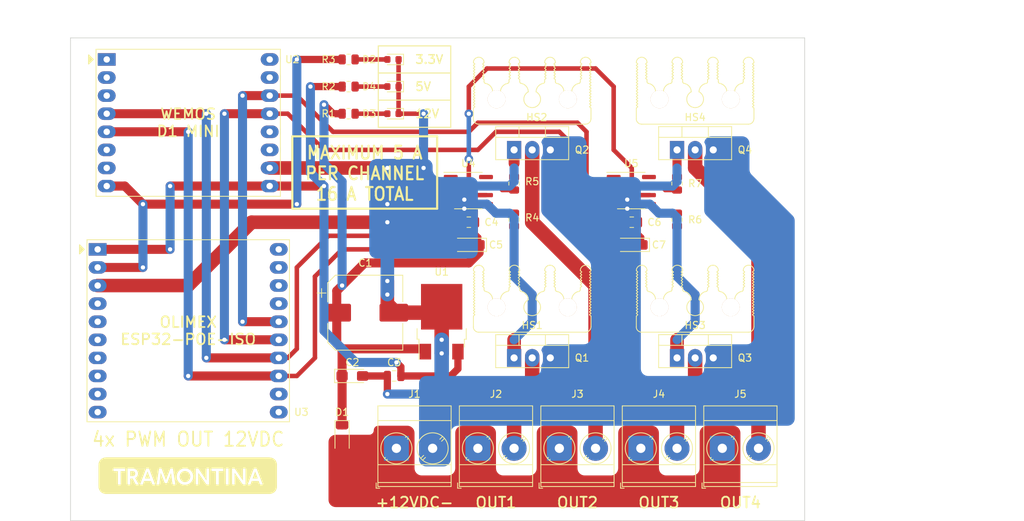
<source format=kicad_pcb>
(kicad_pcb (version 20211014) (generator pcbnew)
  (title_block (title "ESP 6 Relay Module"))
  (layers (0 "F.Cu" signal) (31 "B.Cu" signal) (34 "B.Paste" user) (35 "F.Paste" user) (36 "B.SilkS" user "B.Silkscreen") (37 "F.SilkS" user "F.Silkscreen") (38 "B.Mask" user) (39 "F.Mask" user) (44 "Edge.Cuts" user))
  (net 0 "")
  (net 1 "+12VA")
  (net 2 "GNDREF")
  (net 3 "+5V")
  (net 4 "+12V")
  (net 5 "Net-(D2-Pad2)")
  (net 6 "Net-(D3-Pad2)")
  (net 7 "Net-(D4-Pad2)")
  (net 8 "Net-(J2-Pad2)")
  (net 9 "Net-(J3-Pad2)")
  (net 10 "Net-(J4-Pad2)")
  (net 11 "Net-(J5-Pad2)")
  (net 12 "Net-(Q1-Pad1)")
  (net 13 "Net-(Q2-Pad1)")
  (net 14 "Net-(Q3-Pad1)")
  (net 15 "Net-(Q4-Pad1)")
  (net 16 "+3V3")
  (net 20 "Net-(U2-Pad4)")
  (net 21 "Net-(U2-Pad5)")
  (net 26 "Net-(U2-Pad13)")
  (net 27 "Net-(U2-Pad14)")
  (net 47 "Net-(R4-Pad2)")
  (net 48 "Net-(R5-Pad2)")
  (net 49 "Net-(R6-Pad2)")
  (net 50 "Net-(R7-Pad2)")
  (footprint "Tales:TerminalBlock_Phoenix_MKDS-3-2-5.08_1x02_P5.08mm_Horizontal" (layer "F.Cu") (at 121.92 121.92)
    (fp_text reference "J2" (at 2.54 -7.62) (layer "F.SilkS"))
    (fp_text value "OUT1")
    (pad "1" thru_hole rect (at 0 0) (size 3.5 3.5) (drill 1.3) (layers *.Cu *.Mask) (net 4 "+12V"))
    (pad "2" thru_hole circle (at 5.08 0) (size 3.5 3.5) (drill 1.3) (layers *.Cu *.Mask) (net 8 "Net-(J2-Pad2)"))
  )
  (footprint "Tales:TerminalBlock_Phoenix_MKDS-3-2-5.08_1x02_P5.08mm_Horizontal" (layer "F.Cu") (at 133.35 121.92)
    (fp_text reference "J3" (at 2.54 -7.62) (layer "F.SilkS"))
    (fp_text value "OUT2")
    (pad "1" thru_hole rect (at 0 0) (size 3.5 3.5) (drill 1.3) (layers *.Cu *.Mask) (net 4 "+12V"))
    (pad "2" thru_hole circle (at 5.08 0) (size 3.5 3.5) (drill 1.3) (layers *.Cu *.Mask) (net 9 "Net-(J3-Pad2)"))
  )
  (footprint "Tales:TerminalBlock_Phoenix_MKDS-3-2-5.08_1x02_P5.08mm_Horizontal" (layer "F.Cu") (at 144.78 121.92)
    (fp_text reference "J4" (at 2.54 -7.62) (layer "F.SilkS"))
    (fp_text value "OUT3")
    (pad "1" thru_hole rect (at 0 0) (size 3.5 3.5) (drill 1.3) (layers *.Cu *.Mask) (net 4 "+12V"))
    (pad "2" thru_hole circle (at 5.08 0) (size 3.5 3.5) (drill 1.3) (layers *.Cu *.Mask) (net 10 "Net-(J4-Pad2)"))
  )
  (footprint "Tales:TerminalBlock_Phoenix_MKDS-3-2-5.08_1x02_P5.08mm_Horizontal" (layer "F.Cu") (at 156.21 121.92)
    (fp_text reference "J5" (at 2.54 -7.62) (layer "F.SilkS"))
    (fp_text value "OUT4")
    (pad "1" thru_hole rect (at 0 0) (size 3.5 3.5) (drill 1.3) (layers *.Cu *.Mask) (net 4 "+12V"))
    (pad "2" thru_hole circle (at 5.08 0) (size 3.5 3.5) (drill 1.3) (layers *.Cu *.Mask) (net 11 "Net-(J5-Pad2)"))
  )
  (footprint "Tales:TerminalBlock_Phoenix_MKDS-3-2-5.08_1x02_P5.08mm_Horizontal" (layer "F.Cu") (at 110.49 121.92)
    (fp_text reference "J1" (at 2.54 -7.62) (layer "F.SilkS"))
    (fp_text value "12VDC")
    (pad "1" thru_hole rect (at 0 0) (size 3.5 3.5) (drill 1.3) (layers *.Cu *.Mask) (net 4 "+12V"))
    (pad "2" thru_hole circle (at 5.08 0) (size 3.5 3.5) (drill 1.3) (layers *.Cu *.Mask) (net 2 "GNDREF"))
  )
  (footprint "Tales:Heatsink_16x10x25mm_2xFixationM3" (layer "F.Cu") (at 152.4 72.898)
    (fp_text reference "HS4" (at 0 2.54) (layer "F.SilkS"))
    (fp_text value "Heatsink_16x10x25mm_2xFixationM3")
    (pad "" np_thru_hole circle (at -5 0.000001) (size 2.5 2.5) (drill 2.5) (layers *.Cu *.SilkS *.Mask))
    (pad "" np_thru_hole circle (at 5 0) (size 2.5 2.5) (drill 2.5) (layers *.Cu *.SilkS *.Mask))
  )
  (footprint "Tales:Heatsink_16x10x25mm_2xFixationM3" (layer "F.Cu") (at 129.54 102.108)
    (fp_text reference "HS1" (at 0 2.54) (layer "F.SilkS"))
    (fp_text value "Heatsink_16x10x25mm_2xFixationM3")
    (pad "" np_thru_hole circle (at -5 0.000001) (size 2.5 2.5) (drill 2.5) (layers *.Cu *.SilkS *.Mask))
    (pad "" np_thru_hole circle (at 5 0) (size 2.5 2.5) (drill 2.5) (layers *.Cu *.SilkS *.Mask))
  )
  (footprint "Tales:Heatsink_16x10x25mm_2xFixationM3" (layer "F.Cu") (at 152.4 102.108)
    (fp_text reference "HS3" (at 0 2.54) (layer "F.SilkS"))
    (fp_text value "Heatsink_16x10x25mm_2xFixationM3")
    (pad "" np_thru_hole circle (at -5 0.000001) (size 2.5 2.5) (drill 2.5) (layers *.Cu *.SilkS *.Mask))
    (pad "" np_thru_hole circle (at 5 0) (size 2.5 2.5) (drill 2.5) (layers *.Cu *.SilkS *.Mask))
  )
  (footprint "Tales:Olimex_ESP32-POE_Pads" (layer "F.Cu") (at 68.58 93.98)
    (fp_text reference "U3" (at 28.575 22.86) (layer "F.SilkS"))
    (fp_text value "Olimex_ESP32-POE")
    (pad "1" thru_hole rect locked (at 0 0) (size 2.5 1.75) (drill 0.9) (layers *.Cu *.Mask) (net 3 "+5V"))
    (pad "2" thru_hole oval locked (at 0 2.54) (size 2.5 1.75) (drill 0.9) (layers *.Cu *.Mask) (net 16 "+3V3"))
    (pad "3" thru_hole oval locked (at 0 5.08) (size 2.5 1.75) (drill 0.9) (layers *.Cu *.Mask) (net 2 "GNDREF"))
    (pad "4" thru_hole oval locked (at 0 7.62) (size 2.5 1.75) (drill 0.9) (layers *.Cu *.Mask))
    (pad "5" thru_hole oval locked (at 0 10.16) (size 2.5 1.75) (drill 0.9) (layers *.Cu *.Mask))
    (pad "6" thru_hole oval locked (at 0 12.7) (size 2.5 1.75) (drill 0.9) (layers *.Cu *.Mask))
    (pad "7" thru_hole oval locked (at 0 15.24) (size 2.5 1.75) (drill 0.9) (layers *.Cu *.Mask))
    (pad "8" thru_hole oval locked (at 0 17.78) (size 2.5 1.75) (drill 0.9) (layers *.Cu *.Mask))
    (pad "9" thru_hole oval locked (at 0 20.32) (size 2.5 1.75) (drill 0.9) (layers *.Cu *.Mask))
    (pad "10" thru_hole oval locked (at 0 22.86) (size 2.5 1.75) (drill 0.9) (layers *.Cu *.Mask))
    (pad "11" thru_hole oval locked (at 25.4 22.86) (size 2.5 1.75) (drill 0.9) (layers *.Cu *.Mask))
    (pad "12" thru_hole oval locked (at 25.4 20.32) (size 2.5 1.75) (drill 0.9) (layers *.Cu *.Mask))
    (pad "13" thru_hole oval locked (at 25.4 17.78) (size 2.5 1.75) (drill 0.9) (layers *.Cu *.Mask) (net 21 "Net-(U2-Pad5)"))
    (pad "14" thru_hole oval locked (at 25.4 15.24) (size 2.5 1.75) (drill 0.9) (layers *.Cu *.Mask) (net 20 "Net-(U2-Pad4)"))
    (pad "15" thru_hole oval locked (at 25.4 12.7) (size 2.5 1.75) (drill 0.9) (layers *.Cu *.Mask) (net 26 "Net-(U2-Pad13)"))
    (pad "16" thru_hole oval locked (at 25.4 10.16) (size 2.5 1.75) (drill 0.9) (layers *.Cu *.Mask) (net 27 "Net-(U2-Pad14)"))
    (pad "17" thru_hole oval locked (at 25.4 7.62) (size 2.5 1.75) (drill 0.9) (layers *.Cu *.Mask))
    (pad "18" thru_hole oval locked (at 25.4 5.08) (size 2.5 1.75) (drill 0.9) (layers *.Cu *.Mask))
    (pad "19" thru_hole oval locked (at 25.4 2.54) (size 2.5 1.75) (drill 0.9) (layers *.Cu *.Mask))
    (pad "20" thru_hole oval locked (at 25.4 0) (size 2.5 1.75) (drill 0.9) (layers *.Cu *.Mask))
  )
  (footprint "Tales:WEMOS_D1_mini_light_pads" (layer "F.Cu") (at 69.85 67.31)
    (fp_text reference "U2" (at 26.035 0) (layer "F.SilkS"))
    (fp_text value "WeMos_D1_mini")
    (pad "1" thru_hole rect (at 0 0) (size 2.5 1.75) (drill 0.9) (layers *.Cu *.Mask))
    (pad "2" thru_hole oval (at 0 2.54) (size 2.5 1.75) (drill 0.9) (layers *.Cu *.Mask))
    (pad "3" thru_hole oval (at 0 5.08) (size 2.5 1.75) (drill 0.9) (layers *.Cu *.Mask))
    (pad "4" thru_hole oval (at 0 7.62) (size 2.5 1.75) (drill 0.9) (layers *.Cu *.Mask) (net 20 "Net-(U2-Pad4)"))
    (pad "5" thru_hole oval (at 0 10.16) (size 2.5 1.75) (drill 0.9) (layers *.Cu *.Mask) (net 21 "Net-(U2-Pad5)"))
    (pad "6" thru_hole oval (at 0 12.7) (size 2.5 1.75) (drill 0.9) (layers *.Cu *.Mask))
    (pad "7" thru_hole oval (at 0 15.24) (size 2.5 1.75) (drill 0.9) (layers *.Cu *.Mask))
    (pad "8" thru_hole oval (at 0 17.78) (size 2.5 1.75) (drill 0.9) (layers *.Cu *.Mask) (net 16 "+3V3"))
    (pad "9" thru_hole oval (at 22.86 17.78) (size 2.5 1.75) (drill 0.9) (layers *.Cu *.Mask) (net 3 "+5V"))
    (pad "10" thru_hole oval (at 22.86 15.24) (size 2.5 1.75) (drill 0.9) (layers *.Cu *.Mask) (net 2 "GNDREF"))
    (pad "11" thru_hole oval (at 22.86 12.7) (size 2.5 1.75) (drill 0.9) (layers *.Cu *.Mask))
    (pad "12" thru_hole oval (at 22.86 10.16) (size 2.5 1.75) (drill 0.9) (layers *.Cu *.Mask))
    (pad "13" thru_hole oval (at 22.86 7.62) (size 2.5 1.75) (drill 0.9) (layers *.Cu *.Mask) (net 26 "Net-(U2-Pad13)"))
    (pad "14" thru_hole oval (at 22.86 5.08) (size 2.5 1.75) (drill 0.9) (layers *.Cu *.Mask) (net 27 "Net-(U2-Pad14)"))
    (pad "15" thru_hole oval (at 22.86 2.54) (size 2.5 1.75) (drill 0.9) (layers *.Cu *.Mask))
    (pad "16" thru_hole oval (at 22.86 0) (size 2.5 1.75) (drill 0.9) (layers *.Cu *.Mask))
  )
  (footprint "Tales:CP_Elec_10x10" (layer "F.Cu") (at 106.12 102.87)
    (fp_text reference "C1" (at 0 -6.985) (layer "F.SilkS"))
    (fp_text value "100uF/35V/10x10")
    (pad "1" smd roundrect locked (at -4 0) (size 4 2.5) (layers "F.Cu" "F.Paste" "F.Mask") (roundrect_rratio 0.1) (net 1 "+12VA"))
    (pad "2" smd roundrect locked (at 4 0) (size 4 2.5) (layers "F.Cu" "F.Paste" "F.Mask") (roundrect_rratio 0.1) (net 2 "GNDREF"))
  )
  (footprint "Tales:CP_EIA-3216-18_Kemet-A_Pad1.58x1.35mm_HandSolder" (layer "F.Cu") (at 120.65 93.345 180)
    (fp_text reference "C5" (at -3.81 0) (layer "F.SilkS"))
    (fp_text value "1uF 35V")
    (pad "1" smd roundrect locked (at -1.4375 0 180) (size 1.575 1.35) (layers "F.Cu" "F.Paste" "F.Mask") (roundrect_rratio 0.185185) (net 1 "+12VA"))
    (pad "2" smd roundrect locked (at 1.4375 0 180) (size 1.575 1.35) (layers "F.Cu" "F.Paste" "F.Mask") (roundrect_rratio 0.185185) (net 2 "GNDREF"))
  )
  (footprint "Tales:TO-220-3_Vertical" (layer "F.Cu") (at 127 109.22)
    (fp_text reference "Q1" (at 9.525 0) (layer "F.SilkS"))
    (fp_text value "IRLB8721PBF")
    (pad "1" thru_hole rect (at 0 0) (size 2 2.5) (drill 1) (layers *.Cu *.Mask) (net 12 "Net-(Q1-Pad1)"))
    (pad "2" thru_hole oval (at 2.54 0) (size 2 2.5) (drill 1) (layers *.Cu *.Mask) (net 8 "Net-(J2-Pad2)"))
    (pad "3" thru_hole oval (at 5.08 0) (size 2 2.5) (drill 1) (layers *.Cu *.Mask) (net 2 "GNDREF"))
  )
  (footprint "Tales:TO-220-3_Vertical" (layer "F.Cu") (at 127 80.01)
    (fp_text reference "Q2" (at 9.525 0) (layer "F.SilkS"))
    (fp_text value "IRLB8721PBF")
    (pad "1" thru_hole rect (at 0 0) (size 2 2.5) (drill 1) (layers *.Cu *.Mask) (net 13 "Net-(Q2-Pad1)"))
    (pad "2" thru_hole oval (at 2.54 0) (size 2 2.5) (drill 1) (layers *.Cu *.Mask) (net 9 "Net-(J3-Pad2)"))
    (pad "3" thru_hole oval (at 5.08 0) (size 2 2.5) (drill 1) (layers *.Cu *.Mask) (net 2 "GNDREF"))
  )
  (footprint "Tales:TO-220-3_Vertical" (layer "F.Cu") (at 149.86 109.22)
    (fp_text reference "Q3" (at 9.525 0) (layer "F.SilkS"))
    (fp_text value "IRLB8721PBF")
    (pad "1" thru_hole rect (at 0 0) (size 2 2.5) (drill 1) (layers *.Cu *.Mask) (net 14 "Net-(Q3-Pad1)"))
    (pad "2" thru_hole oval (at 2.54 0) (size 2 2.5) (drill 1) (layers *.Cu *.Mask) (net 10 "Net-(J4-Pad2)"))
    (pad "3" thru_hole oval (at 5.08 0) (size 2 2.5) (drill 1) (layers *.Cu *.Mask) (net 2 "GNDREF"))
  )
  (footprint "Tales:TO-220-3_Vertical" (layer "F.Cu") (at 149.86 80.01)
    (fp_text reference "Q4" (at 9.525 0) (layer "F.SilkS"))
    (fp_text value "IRLB8721PBF")
    (pad "1" thru_hole rect (at 0 0) (size 2 2.5) (drill 1) (layers *.Cu *.Mask) (net 15 "Net-(Q4-Pad1)"))
    (pad "2" thru_hole oval (at 2.54 0) (size 2 2.5) (drill 1) (layers *.Cu *.Mask) (net 11 "Net-(J5-Pad2)"))
    (pad "3" thru_hole oval (at 5.08 0) (size 2 2.5) (drill 1) (layers *.Cu *.Mask) (net 2 "GNDREF"))
  )
  (footprint "Tales:SOIC-8_3.9x4.9mm_P1.27mm" (layer "F.Cu") (at 120.585 85.725)
    (fp_text reference "U4" (at 0 -3.81) (layer "F.SilkS"))
    (fp_text value "IR4427")
    (pad "1" smd roundrect locked (at -2.475 -1.905) (size 1.95 0.6) (layers "F.Cu" "F.Paste" "F.Mask"))
    (pad "2" smd roundrect locked (at -2.475 -0.635) (size 1.95 0.6) (layers "F.Cu" "F.Paste" "F.Mask") (net 20 "Net-(U2-Pad4)"))
    (pad "3" smd roundrect locked (at -2.475 0.635) (size 1.95 0.6) (layers "F.Cu" "F.Paste" "F.Mask") (net 2 "GNDREF"))
    (pad "4" smd roundrect locked (at -2.475 1.905) (size 1.95 0.6) (layers "F.Cu" "F.Paste" "F.Mask") (net 21 "Net-(U2-Pad5)"))
    (pad "5" smd roundrect locked (at 2.475 1.905) (size 1.95 0.6) (layers "F.Cu" "F.Paste" "F.Mask") (net 47 "Net-(R4-Pad2)"))
    (pad "6" smd roundrect locked (at 2.475 0.635) (size 1.95 0.6) (layers "F.Cu" "F.Paste" "F.Mask") (net 1 "+12VA"))
    (pad "7" smd roundrect locked (at 2.475 -0.635) (size 1.95 0.6) (layers "F.Cu" "F.Paste" "F.Mask") (net 48 "Net-(R5-Pad2)"))
    (pad "8" smd roundrect locked (at 2.475 -1.905) (size 1.95 0.6) (layers "F.Cu" "F.Paste" "F.Mask"))
  )
  (footprint "Tales:SOIC-8_3.9x4.9mm_P1.27mm" (layer "F.Cu") (at 143.445 85.725)
    (fp_text reference "U5" (at 0 -3.81) (layer "F.SilkS"))
    (fp_text value "IR4427")
    (pad "1" smd roundrect locked (at -2.475 -1.905) (size 1.95 0.6) (layers "F.Cu" "F.Paste" "F.Mask"))
    (pad "2" smd roundrect locked (at -2.475 -0.635) (size 1.95 0.6) (layers "F.Cu" "F.Paste" "F.Mask") (net 27 "Net-(U2-Pad14)"))
    (pad "3" smd roundrect locked (at -2.475 0.635) (size 1.95 0.6) (layers "F.Cu" "F.Paste" "F.Mask") (net 2 "GNDREF"))
    (pad "4" smd roundrect locked (at -2.475 1.905) (size 1.95 0.6) (layers "F.Cu" "F.Paste" "F.Mask") (net 26 "Net-(U2-Pad13)"))
    (pad "5" smd roundrect locked (at 2.475 1.905) (size 1.95 0.6) (layers "F.Cu" "F.Paste" "F.Mask") (net 49 "Net-(R6-Pad2)"))
    (pad "6" smd roundrect locked (at 2.475 0.635) (size 1.95 0.6) (layers "F.Cu" "F.Paste" "F.Mask") (net 1 "+12VA"))
    (pad "7" smd roundrect locked (at 2.475 -0.635) (size 1.95 0.6) (layers "F.Cu" "F.Paste" "F.Mask") (net 50 "Net-(R7-Pad2)"))
    (pad "8" smd roundrect locked (at 2.475 -1.905) (size 1.95 0.6) (layers "F.Cu" "F.Paste" "F.Mask"))
  )
  (footprint "Tales:Heatsink_16x10x25mm_2xFixationM3" (layer "F.Cu") (at 129.54 72.898)
    (fp_text reference "HS2" (at 0.635 2.540001) (layer "F.SilkS"))
    (fp_text value "Heatsink_16x10x25mm_2xFixationM3")
    (pad "" np_thru_hole circle (at 5 0) (size 2.5 2.5) (drill 2.5) (layers *.Cu *.SilkS *.Mask))
    (pad "" np_thru_hole circle (at -5 0.000001) (size 2.5 2.5) (drill 2.5) (layers *.Cu *.SilkS *.Mask))
  )
  (footprint "Tales:TO-252-2" (layer "F.Cu") (at 116.84 104.14 90)
    (fp_text reference "U1" (at 6.985 0 180) (layer "F.SilkS"))
    (fp_text value "L78M05")
    (pad "1" smd rect locked (at -4.2 -2.28 90) (size 2.2 1.6) (layers "F.Cu" "F.Paste" "F.Mask") (net 1 "+12VA"))
    (pad "2" smd rect locked (at 2.1 0 90) (size 6.4 5.8) (layers "F.Cu" "F.Mask") (net 2 "GNDREF"))
    (pad "3" smd rect locked (at -4.2 2.28 90) (size 2.2 1.6) (layers "F.Cu" "F.Paste" "F.Mask") (net 3 "+5V"))
  )
  (footprint "Tales:CP_EIA-3216-18_Kemet-A_Pad1.58x1.35mm_HandSolder" (layer "F.Cu") (at 143.51 93.345 180)
    (fp_text reference "C7" (at -3.81 0) (layer "F.SilkS"))
    (fp_text value "1uF 35V")
    (pad "1" smd roundrect locked (at -1.4375 0 180) (size 1.575 1.35) (layers "F.Cu" "F.Paste" "F.Mask") (roundrect_rratio 0.185185) (net 1 "+12VA"))
    (pad "2" smd roundrect locked (at 1.4375 0 180) (size 1.575 1.35) (layers "F.Cu" "F.Paste" "F.Mask") (roundrect_rratio 0.185185) (net 2 "GNDREF"))
  )
  (footprint "Tales:CP_EIA-3216-18_Kemet-A_Pad1.58x1.35mm_HandSolder" (layer "F.Cu") (at 104.3075 111.76)
    (fp_text reference "C2" (at 0 -1.905) (layer "F.SilkS"))
    (fp_text value "0,33uF/35V")
    (pad "1" smd roundrect locked (at -1.4375 0) (size 1.575 1.35) (layers "F.Cu" "F.Paste" "F.Mask") (roundrect_rratio 0.185185) (net 1 "+12VA"))
    (pad "2" smd roundrect locked (at 1.4375 0) (size 1.575 1.35) (layers "F.Cu" "F.Paste" "F.Mask") (roundrect_rratio 0.185185) (net 2 "GNDREF"))
  )
  (footprint "Tales:Logo_Tramontina_25mm" (layer "F.Cu") (at 81.28 125.73)
    (fp_text reference "REF**" hide)
    (fp_text value "Logo_Tramontina_25mm" hide)
  )
  (footprint "Tales:R_0805_2012Metric" (layer "F.Cu") (at 103.7825 74.93)
    (fp_text reference "R1" (at -2.8175 0) (layer "F.SilkS"))
    (fp_text value "2k2/0,125W/0805")
    (pad "1" smd roundrect locked (at -0.9125 0) (size 1.025 1.4) (layers "F.Cu" "F.Paste" "F.Mask") (roundrect_rratio 0.243902) (net 1 "+12VA"))
    (pad "2" smd roundrect locked (at 0.9125 0) (size 1.025 1.4) (layers "F.Cu" "F.Paste" "F.Mask") (roundrect_rratio 0.243902) (net 6 "Net-(D3-Pad2)"))
  )
  (footprint "Tales:R_0805_2012Metric" (layer "F.Cu") (at 103.7825 71.12)
    (fp_text reference "R2" (at -2.8175 0) (layer "F.SilkS"))
    (fp_text value "680R/0,125W/0805")
    (pad "1" smd roundrect locked (at -0.9125 0) (size 1.025 1.4) (layers "F.Cu" "F.Paste" "F.Mask") (roundrect_rratio 0.243902) (net 3 "+5V"))
    (pad "2" smd roundrect locked (at 0.9125 0) (size 1.025 1.4) (layers "F.Cu" "F.Paste" "F.Mask") (roundrect_rratio 0.243902) (net 7 "Net-(D4-Pad2)"))
  )
  (footprint "Tales:R_0805_2012Metric" (layer "F.Cu") (at 103.7825 67.31)
    (fp_text reference "R3" (at -2.8175 0) (layer "F.SilkS"))
    (fp_text value "270R/0,125W/0805")
    (pad "1" smd roundrect locked (at -0.9125 0) (size 1.025 1.4) (layers "F.Cu" "F.Paste" "F.Mask") (roundrect_rratio 0.243902) (net 16 "+3V3"))
    (pad "2" smd roundrect locked (at 0.9125 0) (size 1.025 1.4) (layers "F.Cu" "F.Paste" "F.Mask") (roundrect_rratio 0.243902) (net 5 "Net-(D2-Pad2)"))
  )
  (footprint "Tales:LED_0603_1608Metric" (layer "F.Cu") (at 110.0075 67.31 180)
    (fp_text reference "D2" (at 3.3275 0) (layer "F.SilkS"))
    (fp_text value "GREEN/0603")
    (pad "1" smd roundrect locked (at -0.7875 0 180) (size 0.875 0.95) (layers "F.Cu" "F.Paste" "F.Mask") (net 2 "GNDREF"))
    (pad "2" smd roundrect locked (at 0.7875 0 180) (size 0.875 0.95) (layers "F.Cu" "F.Paste" "F.Mask") (net 5 "Net-(D2-Pad2)"))
  )
  (footprint "Tales:LED_0603_1608Metric" (layer "F.Cu") (at 110.0075 74.93 180)
    (fp_text reference "D3" (at 3.3275 0) (layer "F.SilkS"))
    (fp_text value "GREEN/0603")
    (pad "1" smd roundrect locked (at -0.7875 0 180) (size 0.875 0.95) (layers "F.Cu" "F.Paste" "F.Mask") (net 2 "GNDREF"))
    (pad "2" smd roundrect locked (at 0.7875 0 180) (size 0.875 0.95) (layers "F.Cu" "F.Paste" "F.Mask") (net 6 "Net-(D3-Pad2)"))
  )
  (footprint "Tales:LED_0603_1608Metric" (layer "F.Cu") (at 110.0075 71.12 180)
    (fp_text reference "D4" (at 3.3275 0) (layer "F.SilkS"))
    (fp_text value "GREEN/0603")
    (pad "1" smd roundrect locked (at -0.7875 0 180) (size 0.875 0.95) (layers "F.Cu" "F.Paste" "F.Mask") (net 2 "GNDREF"))
    (pad "2" smd roundrect locked (at 0.7875 0 180) (size 0.875 0.95) (layers "F.Cu" "F.Paste" "F.Mask") (net 7 "Net-(D4-Pad2)"))
  )
  (footprint "Tales:D_SOD-123" (layer "F.Cu") (at 102.87 120.27 -90)
    (fp_text reference "D1" (at -3.43 0 180) (layer "F.SilkS"))
    (fp_text value "SM4007PL/SOD-123")
    (pad "1" smd roundrect locked (at -1.65 0 270) (size 1.3 1.75) (layers "F.Cu" "F.Paste" "F.Mask") (net 1 "+12VA"))
    (pad "2" smd roundrect locked (at 1.65 0 270) (size 1.3 1.75) (layers "F.Cu" "F.Paste" "F.Mask") (net 4 "+12V"))
  )
  (footprint "Tales:R_0805_2012Metric" (layer "F.Cu") (at 127 89.8125 90)
    (fp_text reference "R4" (at 0.2775 2.54 180) (layer "F.SilkS"))
    (fp_text value "0R/0,125W/0805")
    (pad "1" smd roundrect locked (at -0.9125 0 90) (size 1.025 1.4) (layers "F.Cu" "F.Paste" "F.Mask") (roundrect_rratio 0.243902) (net 12 "Net-(Q1-Pad1)"))
    (pad "2" smd roundrect locked (at 0.9125 0 90) (size 1.025 1.4) (layers "F.Cu" "F.Paste" "F.Mask") (roundrect_rratio 0.243902) (net 47 "Net-(R4-Pad2)"))
  )
  (footprint "Tales:R_0805_2012Metric" (layer "F.Cu") (at 149.86 89.8125 90)
    (fp_text reference "R6" (at 0 2.54 180) (layer "F.SilkS"))
    (fp_text value "0R/0,125W/0805")
    (pad "1" smd roundrect locked (at -0.9125 0 90) (size 1.025 1.4) (layers "F.Cu" "F.Paste" "F.Mask") (roundrect_rratio 0.243902) (net 14 "Net-(Q3-Pad1)"))
    (pad "2" smd roundrect locked (at 0.9125 0 90) (size 1.025 1.4) (layers "F.Cu" "F.Paste" "F.Mask") (roundrect_rratio 0.243902) (net 49 "Net-(R6-Pad2)"))
  )
  (footprint "Tales:R_0805_2012Metric" (layer "F.Cu") (at 127 84.7325 -90)
    (fp_text reference "R5" (at -0.2775 -2.54 180) (layer "F.SilkS"))
    (fp_text value "0R/0,125W/0805")
    (pad "1" smd roundrect locked (at -0.9125 0 270) (size 1.025 1.4) (layers "F.Cu" "F.Paste" "F.Mask") (roundrect_rratio 0.243902) (net 13 "Net-(Q2-Pad1)"))
    (pad "2" smd roundrect locked (at 0.9125 0 270) (size 1.025 1.4) (layers "F.Cu" "F.Paste" "F.Mask") (roundrect_rratio 0.243902) (net 48 "Net-(R5-Pad2)"))
  )
  (footprint "Tales:R_0805_2012Metric" (layer "F.Cu") (at 149.86 84.7325 -90)
    (fp_text reference "R7" (at 0 -2.54 180) (layer "F.SilkS"))
    (fp_text value "0R/0,125W/0805")
    (pad "1" smd roundrect locked (at -0.9125 0 270) (size 1.025 1.4) (layers "F.Cu" "F.Paste" "F.Mask") (roundrect_rratio 0.243902) (net 15 "Net-(Q4-Pad1)"))
    (pad "2" smd roundrect locked (at 0.9125 0 270) (size 1.025 1.4) (layers "F.Cu" "F.Paste" "F.Mask") (roundrect_rratio 0.243902) (net 50 "Net-(R7-Pad2)"))
  )
  (footprint "Tales:C_0805_2012Metric" (layer "F.Cu") (at 120.65 90.17 180)
    (fp_text reference "C4" (at -3.175 0) (layer "F.SilkS"))
    (fp_text value "0,1uF/50V/0805")
    (pad "1" smd roundrect locked (at -0.95 0 180) (size 1 1.45) (layers "F.Cu" "F.Paste" "F.Mask") (net 1 "+12VA"))
    (pad "2" smd roundrect locked (at 0.95 0 180) (size 1 1.45) (layers "F.Cu" "F.Paste" "F.Mask") (net 2 "GNDREF"))
  )
  (footprint "Tales:C_0805_2012Metric" (layer "F.Cu") (at 143.51 90.17 180)
    (fp_text reference "C6" (at -3.175 0) (layer "F.SilkS"))
    (fp_text value "0,1uF/50V/0805")
    (pad "1" smd roundrect locked (at -0.95 0 180) (size 1 1.45) (layers "F.Cu" "F.Paste" "F.Mask") (net 1 "+12VA"))
    (pad "2" smd roundrect locked (at 0.95 0 180) (size 1 1.45) (layers "F.Cu" "F.Paste" "F.Mask") (net 2 "GNDREF"))
  )
  (footprint "Tales:C_0805_2012Metric" (layer "F.Cu") (at 110.17 111.76 180)
    (fp_text reference "C3" (at 0 1.905) (layer "F.SilkS"))
    (fp_text value "0,1uF/50V/0805")
    (pad "1" smd roundrect locked (at -0.95 0 180) (size 1 1.45) (layers "F.Cu" "F.Paste" "F.Mask") (net 3 "+5V"))
    (pad "2" smd roundrect locked (at 0.95 0 180) (size 1 1.45) (layers "F.Cu" "F.Paste" "F.Mask") (net 2 "GNDREF"))
  )
  (gr_line (start 107.95 69.215) (end 118.11 69.215) (layer "F.SilkS") (width 0.15))
  (gr_line (start 118.11 76.835) (end 118.11 65.405) (layer "F.SilkS") (width 0.15))
  (gr_line (start 107.95 76.835) (end 118.11 76.835) (layer "F.SilkS") (width 0.15))
  (gr_line (start 118.11 65.405) (end 107.95 65.405) (layer "F.SilkS") (width 0.15))
  (gr_line (start 107.95 73.025) (end 118.11 73.025) (layer "F.SilkS") (width 0.15))
  (gr_line (start 107.95 65.405) (end 107.95 76.835) (layer "F.SilkS") (width 0.15))
  (gr_line (start 95.885 88.265) (end 95.885 78.105) (layer "F.SilkS") (width 0.3))
  (gr_line (start 116.205 78.105) (end 116.205 88.265) (layer "F.SilkS") (width 0.3))
  (gr_line (start 95.885 78.105) (end 116.205 78.105) (layer "F.SilkS") (width 0.3))
  (gr_line (start 116.205 88.265) (end 95.885 88.265) (layer "F.SilkS") (width 0.3))
  (gr_line (start 64.77 132.08) (end 167.77 132.08) (layer "Edge.Cuts") (width 0.1))
  (gr_line (start 167.77 64.28) (end 64.77 64.28) (layer "Edge.Cuts") (width 0.1))
  (gr_line (start 167.77 132.08) (end 167.77 64.28) (layer "Edge.Cuts") (width 0.1))
  (gr_line (start 64.77 64.28) (end 64.77 132.08) (layer "Edge.Cuts") (width 0.1))
  (gr_text "OUT2" (at 135.89 129.54) (layer "F.SilkS") (effects (font (size 1.5 1.5) (thickness 0.25))))
  (gr_text "OUT1" (at 124.46 129.54) (layer "F.SilkS") (effects (font (size 1.5 1.5) (thickness 0.25))))
  (gr_text "OUT3" (at 147.32 129.54) (layer "F.SilkS") (effects (font (size 1.5 1.5) (thickness 0.25))))
  (gr_text "OUT4" (at 158.75 129.54) (layer "F.SilkS") (effects (font (size 1.5 1.5) (thickness 0.25))))
  (gr_text "+12VDC-" (at 113.03 129.54) (layer "F.SilkS") (effects (font (size 1.5 1.5) (thickness 0.25))))
  (gr_text "4x PWM OUT 12VDC" (at 81.28 120.65) (layer "F.SilkS") (effects (font (size 2 1.8) (thickness 0.25))))
  (gr_text "12V" (at 113.03 74.93) (layer "F.SilkS") (effects (font (size 1.2 1.2) (thickness 0.2)) (justify left)))
  (gr_text "5V" (at 113.03 71.12) (layer "F.SilkS") (effects (font (size 1.2 1.2) (thickness 0.2)) (justify left)))
  (gr_text "3.3V" (at 113.03 67.31) (layer "F.SilkS") (effects (font (size 1.2 1.2) (thickness 0.2)) (justify left)))
  (gr_text "WEMOS\nD1 MINI" (at 81.28 76.2) (layer "F.SilkS") (effects (font (size 1.5 1.5) (thickness 0.25))))
  (gr_text "OLIMEX\nESP32-POE-ISO" (at 81.28 105.41) (layer "F.SilkS") (effects (font (size 1.5 1.5) (thickness 0.25))))
  (gr_text "MAXIMUM 5 A\nPER CHANNEL\n16 A TOTAL" (at 106.045 83.312) (layer "F.SilkS") (effects (font (size 1.8 1.6) (thickness 0.3))))
  (segment (start 120.65 95.885) (end 122.0875 94.4475) (width 1.27) (layer "F.Cu") (net 1))
  (segment (start 122.0875 94.4475) (end 122.0875 93.345) (width 1.27) (layer "F.Cu") (net 1))
  (segment (start 102.87 107.95) (end 114.17 107.95) (width 1.27) (layer "F.Cu") (net 1))
  (segment (start 138.43 68.58) (end 123.19 68.58) (width 0.635) (layer "F.Cu") (net 1))
  (segment (start 144.46 90.17) (end 144.46 91.755) (width 0.635) (layer "F.Cu") (net 1))
  (segment (start 120.65 85.725) (end 120.65 81.28) (width 0.635) (layer "F.Cu") (net 1))
  (segment (start 121.6 90.17) (end 121.6 88.58) (width 0.635) (layer "F.Cu") (net 1))
  (segment (start 121.6 88.58) (end 121.285 88.265) (width 0.635) (layer "F.Cu") (net 1))
  (segment (start 144.46 91.755) (end 144.9475 92.2425) (width 0.635) (layer "F.Cu") (net 1))
  (segment (start 143.51 82.55) (end 140.97 80.01) (width 0.635) (layer "F.Cu") (net 1))
  (segment (start 114.17 107.95) (end 114.56 108.34) (width 1.27) (layer "F.Cu") (net 1))
  (segment (start 120.65 85.725) (end 121.285 86.36) (width 0.635) (layer "F.Cu") (net 1))
  (segment (start 102.87 111.76) (end 102.87 118.62) (width 1.27) (layer "F.Cu") (net 1))
  (segment (start 144.145 88.265) (end 144.145 86.36) (width 0.635) (layer "F.Cu") (net 1))
  (segment (start 121.285 88.265) (end 121.285 86.36) (width 0.635) (layer "F.Cu") (net 1))
  (segment (start 122.0875 92.2425) (end 122.0875 93.345) (width 0.635) (layer "F.Cu") (net 1))
  (segment (start 100.33 73.66) (end 101.6 74.93) (width 1.016) (layer "F.Cu") (net 1))
  (segment (start 102.87 99.06) (end 106.045 95.885) (width 1.27) (layer "F.Cu") (net 1))
  (segment (start 144.145 86.36) (end 143.51 85.725) (width 0.635) (layer "F.Cu") (net 1))
  (segment (start 102.12 102.87) (end 102.12 99.81) (width 1.27) (layer "F.Cu") (net 1))
  (segment (start 101.6 74.93) (end 102.87 74.93) (width 1.016) (layer "F.Cu") (net 1))
  (segment (start 140.97 71.12) (end 138.43 68.58) (width 0.635) (layer "F.Cu") (net 1))
  (segment (start 144.9475 92.2425) (end 144.9475 93.345) (width 0.635) (layer "F.Cu") (net 1))
  (segment (start 143.51 85.725) (end 143.51 82.55) (width 0.635) (layer "F.Cu") (net 1))
  (segment (start 140.97 80.01) (end 140.97 71.12) (width 0.635) (layer "F.Cu") (net 1))
  (segment (start 106.045 95.885) (end 120.65 95.885) (width 1.27) (layer "F.Cu") (net 1))
  (segment (start 102.12 102.87) (end 102.12 107.2) (width 1.27) (layer "F.Cu") (net 1))
  (segment (start 102.12 99.81) (end 102.87 99.06) (width 1.27) (layer "F.Cu") (net 1))
  (segment (start 102.12 107.2) (end 102.87 107.95) (width 1.27) (layer "F.Cu") (net 1))
  (segment (start 102.87 111.76) (end 102.87 107.95) (width 1.27) (layer "F.Cu") (net 1))
  (segment (start 121.6 91.755) (end 122.0875 92.2425) (width 0.635) (layer "F.Cu") (net 1))
  (segment (start 144.145 86.36) (end 145.985 86.36) (width 0.635) (layer "F.Cu") (net 1))
  (segment (start 123.19 68.58) (end 120.65 71.12) (width 0.635) (layer "F.Cu") (net 1))
  (segment (start 120.65 71.12) (end 120.65 74.93) (width 0.635) (layer "F.Cu") (net 1))
  (segment (start 121.6 90.17) (end 121.6 91.755) (width 0.635) (layer "F.Cu") (net 1))
  (segment (start 144.46 88.58) (end 144.145 88.265) (width 0.635) (layer "F.Cu") (net 1))
  (segment (start 144.46 90.17) (end 144.46 88.58) (width 0.635) (layer "F.Cu") (net 1))
  (segment (start 121.285 86.36) (end 123.06 86.36) (width 0.635) (layer "F.Cu") (net 1))
  (via (at 120.65 74.93) (size 1.2) (drill 0.6) (layers "F.Cu" "B.Cu") (net 1))
  (via (at 120.65 81.28) (size 1.2) (drill 0.6) (layers "F.Cu" "B.Cu") (net 1))
  (via (at 100.33 73.66) (size 1.2) (drill 0.6) (layers "F.Cu" "B.Cu") (net 1))
  (via (at 102.87 99.06) (size 1.2) (drill 0.6) (layers "F.Cu" "B.Cu") (net 1))
  (segment (start 102.87 84.455) (end 102.87 99.06) (width 1.27) (layer "B.Cu") (net 1))
  (segment (start 100.33 73.66) (end 100.33 81.915) (width 1.27) (layer "B.Cu") (net 1))
  (segment (start 100.33 81.915) (end 102.87 84.455) (width 1.27) (layer "B.Cu") (net 1))
  (segment (start 120.65 74.93) (end 120.65 81.28) (width 0.635) (layer "B.Cu") (net 1))
  (segment (start 109.22 90.17) (end 90.17 90.17) (width 1.905) (layer "F.Cu") (net 2))
  (segment (start 142.875 88.265) (end 142.875 86.995) (width 1.27) (layer "F.Cu") (net 2))
  (segment (start 120.015 88.265) (end 120.015 86.995) (width 1.27) (layer "F.Cu") (net 2))
  (segment (start 120.015 86.995) (end 119.38 86.36) (width 0.635) (layer "F.Cu") (net 2))
  (segment (start 119.38 86.36) (end 118.11 86.36) (width 0.635) (layer "F.Cu") (net 2))
  (segment (start 90.17 90.17) (end 81.28 99.06) (width 1.905) (layer "F.Cu") (net 2))
  (segment (start 116.01 102.87) (end 116.84 102.04) (width 2.032) (layer "F.Cu") (net 2))
  (segment (start 109.22 114.3) (end 109.22 111.76) (width 1.016) (layer "F.Cu") (net 2))
  (segment (start 119.7 90.17) (end 119.7 91.755) (width 0.635) (layer "F.Cu") (net 2))
  (segment (start 142.56 91.755) (end 142.0725 92.2425) (width 0.635) (layer "F.Cu") (net 2))
  (segment (start 142.56 90.17) (end 142.56 91.755) (width 0.635) (layer "F.Cu") (net 2))
  (segment (start 142.875 86.995) (end 142.24 86.36) (width 0.635) (layer "F.Cu") (net 2))
  (segment (start 141.9475 93.22) (end 142.0725 93.345) (width 1.27) (layer "F.Cu") (net 2))
  (segment (start 119.2125 92.2425) (end 119.2125 93.345) (width 0.635) (layer "F.Cu") (net 2))
  (segment (start 110.12 102.5) (end 109.22 101.6) (width 1.905) (layer "F.Cu") (net 2))
  (segment (start 110.795 71.12) (end 110.795 67.31) (width 0.635) (layer "F.Cu") (net 2))
  (segment (start 120.015 88.265) (end 120.015 89.855) (width 0.635) (layer "F.Cu") (net 2))
  (segment (start 109.22 90.17) (end 109.22 87.63) (width 1.905) (layer "F.Cu") (net 2))
  (segment (start 109.22 111.76) (end 105.745 111.76) (width 1.016) (layer "F.Cu") (net 2))
  (segment (start 116.84 108.585) (end 116.84 102.04) (width 2.032) (layer "F.Cu") (net 2))
  (segment (start 110.12 102.87) (end 110.12 102.5) (width 1.905) (layer "F.Cu") (net 2))
  (segment (start 120.015 89.855) (end 119.7 90.17) (width 0.635) (layer "F.Cu") (net 2))
  (segment (start 110.12 102.87) (end 116.01 102.87) (width 2.032) (layer "F.Cu") (net 2))
  (segment (start 142.24 86.36) (end 141.035 86.36) (width 0.635) (layer "F.Cu") (net 2))
  (segment (start 109.22 82.55) (end 114.3 82.55) (width 1.905) (layer "F.Cu") (net 2))
  (segment (start 110.795 74.93) (end 110.795 71.12) (width 0.635) (layer "F.Cu") (net 2))
  (segment (start 114.3 74.93) (end 110.795 74.93) (width 0.635) (layer "F.Cu") (net 2))
  (segment (start 81.28 99.06) (end 68.58 99.06) (width 1.905) (layer "F.Cu") (net 2))
  (segment (start 142.875 89.855) (end 142.56 90.17) (width 0.635) (layer "F.Cu") (net 2))
  (segment (start 142.0725 92.2425) (end 142.0725 93.345) (width 0.635) (layer "F.Cu") (net 2))
  (segment (start 142.875 88.265) (end 142.875 89.855) (width 0.635) (layer "F.Cu") (net 2))
  (segment (start 92.71 82.55) (end 109.22 82.55) (width 1.905) (layer "F.Cu") (net 2))
  (segment (start 109.22 101.6) (end 109.22 98.425) (width 1.905) (layer "F.Cu") (net 2))
  (segment (start 119.7 91.755) (end 119.2125 92.2425) (width 0.635) (layer "F.Cu") (net 2))
  (via (at 142.875 86.995) (size 1.2) (drill 0.6) (layers "F.Cu" "B.Cu") (net 2))
  (via (at 116.84 108.585) (size 1.2) (drill 0.6) (layers "F.Cu" "B.Cu") (net 2))
  (via (at 109.22 87.63) (size 1.2) (drill 0.6) (layers "F.Cu" "B.Cu") (net 2))
  (via (at 120.015 86.995) (size 1.2) (drill 0.6) (layers "F.Cu" "B.Cu") (net 2))
  (via (at 109.22 98.425) (size 1.2) (drill 0.6) (layers "F.Cu" "B.Cu") (net 2))
  (via (at 109.22 82.55) (size 1.2) (drill 0.6) (layers "F.Cu" "B.Cu") (net 2))
  (via (at 109.22 90.17) (size 1.2) (drill 0.6) (layers "F.Cu" "B.Cu") (net 2))
  (via (at 109.22 100.33) (size 1.2) (drill 0.6) (layers "F.Cu" "B.Cu") (net 2))
  (via (at 114.3 74.93) (size 1.2) (drill 0.6) (layers "F.Cu" "B.Cu") (net 2))
  (via (at 120.015 88.265) (size 1.2) (drill 0.6) (layers "F.Cu" "B.Cu") (net 2))
  (via (at 109.22 114.3) (size 1.2) (drill 0.6) (layers "F.Cu" "B.Cu") (net 2))
  (via (at 142.875 88.265) (size 1.2) (drill 0.6) (layers "F.Cu" "B.Cu") (net 2))
  (via (at 114.3 82.55) (size 1.2) (drill 0.6) (layers "F.Cu" "B.Cu") (net 2))
  (via (at 116.84 106.68) (size 1.2) (drill 0.6) (layers "F.Cu" "B.Cu") (net 2))
  (segment (start 116.84 108.585) (end 116.84 106.68) (width 2.032) (layer "B.Cu") (net 2))
  (segment (start 144.145 87.63) (end 146.05 87.63) (width 1.27) (layer "B.Cu") (net 2))
  (segment (start 133.35 81.28) (end 133.35 88.9) (width 2.032) (layer "B.Cu") (net 2))
  (segment (start 115.57 116.84) (end 115.57 114.3) (width 2.032) (layer "B.Cu") (net 2))
  (segment (start 142.875 86.995) (end 142.875 85.725) (width 1.27) (layer "B.Cu") (net 2))
  (segment (start 156.21 109.22) (end 154.94 109.22) (width 2.032) (layer "B.Cu") (net 2))
  (segment (start 116.84 113.03) (end 116.84 108.585) (width 2.032) (layer "B.Cu") (net 2))
  (segment (start 115.57 114.3) (end 109.22 114.3) (width 1.27) (layer "B.Cu") (net 2))
  (segment (start 142.875 85.725) (end 143.51 85.09) (width 1.27) (layer "B.Cu") (net 2))
  (segment (start 126.365 85.09) (end 127 84.455) (width 1.27) (layer "B.Cu") (net 2))
  (segment (start 157.48 110.49) (end 156.21 109.22) (width 2.032) (layer "B.Cu") (net 2))
  (segment (start 120.015 86.995) (end 120.015 85.725) (width 1.27) (layer "B.Cu") (net 2))
  (segment (start 121.285 87.63) (end 123.19 87.63) (width 1.27) (layer "B.Cu") (net 2))
  (segment (start 143.51 88.265) (end 144.145 87.63) (width 1.27) (layer "B.Cu") (net 2))
  (segment (start 146.05 87.63) (end 147.32 88.9) (width 1.27) (layer "B.Cu") (net 2))
  (segment (start 143.51 85.09) (end 149.225 85.09) (width 1.27) (layer "B.Cu") (net 2))
  (segment (start 149.86 97.79) (end 152.4 100.33) (width 1.27) (layer "B.Cu") (net 2))
  (segment (start 165.1 90.17) (end 154.94 80.01) (width 2.032) (layer "B.Cu") (net 2))
  (segment (start 132.08 80.01) (end 133.35 81.28) (width 2.032) (layer "B.Cu") (net 2))
  (segment (start 142.24 97.79) (end 142.24 116.84) (width 2.032) (layer "B.Cu") (net 2))
  (segment (start 111.125 88.265) (end 109.22 90.17) (width 1.016) (layer "B.Cu") (net 2))
  (segment (start 152.4 100.33) (end 152.4 104.14) (width 1.27) (layer "B.Cu") (net 2))
  (segment (start 115.57 116.84) (end 161.29 116.84) (width 2.032) (layer "B.Cu") (net 2))
  (segment (start 123.19 87.63) (end 124.46 88.9) (width 1.27) (layer "B.Cu") (net 2))
  (segment (start 142.875 88.265) (end 143.51 88.265) (width 1.27) (layer "B.Cu") (net 2))
  (segment (start 134.62 110.49) (end 133.35 109.22) (width 2.032) (layer "B.Cu") (net 2))
  (segment (start 127 97.79) (end 129.54 100.33) (width 1.27) (layer "B.Cu") (net 2))
  (segment (start 120.65 88.265) (end 121.285 87.63) (width 1.27) (layer "B.Cu") (net 2))
  (segment (start 142.875 88.265) (end 137.795 93.345) (width 1.27) (layer "B.Cu") (net 2))
  (segment (start 152.4 104.14) (end 149.86 106.68) (width 1.27) (layer "B.Cu") (net 2))
  (segment (start 133.35 109.22) (end 132.08 109.22) (width 2.032) (layer "B.Cu") (net 2))
  (segment (start 161.29 116.84) (end 165.1 113.03) (width 2.032) (layer "B.Cu") (net 2))
  (segment (start 120.015 88.265) (end 120.65 88.265) (width 1.27) (layer "B.Cu") (net 2))
  (segment (start 129.54 104.14) (end 127 106.68) (width 1.27) (layer "B.Cu") (net 2))
  (segment (start 149.225 85.09) (end 149.86 84.455) (width 1.27) (layer "B.Cu") (net 2))
  (segment (start 127 84.455) (end 127 82.55) (width 1.27) (layer "B.Cu") (net 2))
  (segment (start 133.35 88.9) (end 142.24 97.79) (width 2.032) (layer "B.Cu") (net 2))
  (segment (start 149.225 88.9) (end 149.86 89.535) (width 1.27) (layer "B.Cu") (net 2))
  (segment (start 120.65 85.09) (end 126.365 85.09) (width 1.27) (layer "B.Cu") (net 2))
  (segment (start 127 89.535) (end 127 97.79) (width 1.27) (layer "B.Cu") (net 2))
  (segment (start 149.86 89.535) (end 149.86 97.79) (width 1.27) (layer "B.Cu") (net 2))
  (segment (start 114.3 74.93) (end 114.3 82.55) (width 1.27) (layer "B.Cu") (net 2))
  (segment (start 134.62 116.84) (end 134.62 110.49) (width 2.032) (layer "B.Cu") (net 2))
  (segment (start 120.015 88.265) (end 111.125 88.265) (width 1.016) (layer "B.Cu") (net 2))
  (segment (start 120.015 85.725) (end 120.65 85.09) (width 1.27) (layer "B.Cu") (net 2))
  (segment (start 129.54 100.33) (end 129.54 104.14) (width 1.27) (layer "B.Cu") (net 2))
  (segment (start 157.48 116.84) (end 157.48 110.49) (width 2.032) (layer "B.Cu") (net 2))
  (segment (start 147.32 88.9) (end 149.225 88.9) (width 1.27) (layer "B.Cu") (net 2))
  (segment (start 149.86 84.455) (end 149.86 82.55) (width 1.27) (layer "B.Cu") (net 2))
  (segment (start 124.46 88.9) (end 126.365 88.9) (width 1.27) (layer "B.Cu") (net 2))
  (segment (start 115.57 114.3) (end 116.84 113.03) (width 2.032) (layer "B.Cu") (net 2))
  (segment (start 165.1 113.03) (end 165.1 90.17) (width 2.032) (layer "B.Cu") (net 2))
  (segment (start 109.22 82.55) (end 109.22 100.33) (width 1.905) (layer "B.Cu") (net 2))
  (segment (start 126.365 88.9) (end 127 89.535) (width 1.27) (layer "B.Cu") (net 2))
  (segment (start 115.57 121.92) (end 115.57 116.84) (width 2.032) (layer "B.Cu") (net 2))
  (segment (start 118.11 111.76) (end 119.12 110.75) (width 1.016) (layer "F.Cu") (net 3))
  (segment (start 68.58 93.98) (end 78.74 93.98) (width 1.27) (layer "F.Cu") (net 3))
  (segment (start 92.71 85.09) (end 100.33 85.09) (width 1.27) (layer "F.Cu") (net 3))
  (segment (start 111.12 111.76) (end 111.12 110.485) (width 1.016) (layer "F.Cu") (net 3))
  (segment (start 78.74 85.09) (end 92.71 85.09) (width 1.27) (layer "F.Cu") (net 3))
  (segment (start 119.12 110.75) (end 119.12 108.34) (width 1.016) (layer "F.Cu") (net 3))
  (segment (start 98.425 71.12) (end 102.87 71.12) (width 1.016) (layer "F.Cu") (net 3))
  (segment (start 111.12 111.76) (end 118.11 111.76) (width 1.016) (layer "F.Cu") (net 3))
  (segment (start 111.12 110.485) (end 110.49 109.855) (width 1.016) (layer "F.Cu") (net 3))
  (via (at 78.74 85.09) (size 1.2) (drill 0.6) (layers "F.Cu" "B.Cu") (net 3))
  (via (at 100.33 85.09) (size 1.2) (drill 0.6) (layers "F.Cu" "B.Cu") (net 3))
  (via (at 78.74 93.98) (size 1.2) (drill 0.6) (layers "F.Cu" "B.Cu") (net 3))
  (via (at 110.49 109.855) (size 1.2) (drill 0.6) (layers "F.Cu" "B.Cu") (net 3))
  (via (at 98.425 71.12) (size 1.2) (drill 0.6) (layers "F.Cu" "B.Cu") (net 3))
  (segment (start 98.425 83.185) (end 100.33 85.09) (width 1.27) (layer "B.Cu") (net 3))
  (segment (start 100.33 105.41) (end 104.775 109.855) (width 1.27) (layer "B.Cu") (net 3))
  (segment (start 104.775 109.855) (end 110.49 109.855) (width 1.27) (layer "B.Cu") (net 3))
  (segment (start 100.33 85.09) (end 100.33 105.41) (width 1.27) (layer "B.Cu") (net 3))
  (segment (start 78.74 93.98) (end 78.74 85.09) (width 1.27) (layer "B.Cu") (net 3))
  (segment (start 98.425 71.12) (end 98.425 83.185) (width 1.27) (layer "B.Cu") (net 3))
  (segment (start 144.78 121.92) (end 144.78 128.27) (width 3.81) (layer "F.Cu") (net 4))
  (segment (start 110.49 121.92) (end 110.49 128.27) (width 3.81) (layer "F.Cu") (net 4))
  (segment (start 144.78 128.27) (end 156.21 128.27) (width 3.81) (layer "F.Cu") (net 4))
  (segment (start 133.35 121.92) (end 133.35 128.27) (width 3.81) (layer "F.Cu") (net 4))
  (segment (start 110.49 121.92) (end 102.87 121.92) (width 1.016) (layer "F.Cu") (net 4))
  (segment (start 110.49 128.27) (end 121.92 128.27) (width 3.81) (layer "F.Cu") (net 4))
  (segment (start 156.21 128.27) (end 156.21 121.92) (width 3.81) (layer "F.Cu") (net 4))
  (segment (start 121.92 121.92) (end 121.92 128.27) (width 3.81) (layer "F.Cu") (net 4))
  (segment (start 121.92 128.27) (end 144.78 128.27) (width 3.81) (layer "F.Cu") (net 4))
  (segment (start 104.695 67.31) (end 109.22 67.31) (width 0.635) (layer "F.Cu") (net 5))
  (segment (start 104.695 74.93) (end 109.22 74.93) (width 0.635) (layer "F.Cu") (net 6))
  (segment (start 104.695 71.12) (end 109.22 71.12) (width 0.635) (layer "F.Cu") (net 7))
  (segment (start 127 116.84) (end 127 121.92) (width 2.032) (layer "F.Cu") (net 8))
  (segment (start 129.54 109.22) (end 129.54 114.3) (width 2.032) (layer "F.Cu") (net 8))
  (segment (start 129.54 114.3) (end 127 116.84) (width 2.032) (layer "F.Cu") (net 8))
  (segment (start 129.54 90.17) (end 138.43 99.06) (width 2.032) (layer "F.Cu") (net 9))
  (segment (start 138.43 99.06) (end 138.43 121.92) (width 2.032) (layer "F.Cu") (net 9))
  (segment (start 129.54 80.01) (end 129.54 90.17) (width 2.032) (layer "F.Cu") (net 9))
  (segment (start 149.86 116.84) (end 149.86 121.92) (width 2.032) (layer "F.Cu") (net 10))
  (segment (start 152.4 109.22) (end 152.4 114.3) (width 2.032) (layer "F.Cu") (net 10))
  (segment (start 152.4 114.3) (end 149.86 116.84) (width 2.032) (layer "F.Cu") (net 10))
  (segment (start 161.29 91.44) (end 161.29 121.92) (width 2.032) (layer "F.Cu") (net 11))
  (segment (start 152.4 82.55) (end 161.29 91.44) (width 2.032) (layer "F.Cu") (net 11))
  (segment (start 152.4 80.01) (end 152.4 82.55) (width 2.032) (layer "F.Cu") (net 11))
  (segment (start 127 109.22) (end 127 106.68) (width 1.905) (layer "F.Cu") (net 12))
  (segment (start 127 106.68) (end 129.54 104.14) (width 1.016) (layer "F.Cu") (net 12))
  (segment (start 129.54 104.14) (end 129.54 100.33) (width 1.016) (layer "F.Cu") (net 12))
  (segment (start 127 97.79) (end 127 90.725) (width 1.016) (layer "F.Cu") (net 12))
  (segment (start 129.54 100.33) (end 127 97.79) (width 1.016) (layer "F.Cu") (net 12))
  (segment (start 127 81.915) (end 127 83.82) (width 1.016) (layer "F.Cu") (net 13))
  (segment (start 127 80.01) (end 127 81.915) (width 1.524) (layer "F.Cu") (net 13))
  (segment (start 149.86 90.725) (end 149.86 97.79) (width 1.016) (layer "F.Cu") (net 14))
  (segment (start 152.4 104.14) (end 149.86 106.68) (width 1.016) (layer "F.Cu") (net 14))
  (segment (start 152.4 100.33) (end 152.4 104.14) (width 1.016) (layer "F.Cu") (net 14))
  (segment (start 149.86 106.68) (end 149.86 109.22) (width 1.905) (layer "F.Cu") (net 14))
  (segment (start 149.86 97.79) (end 152.4 100.33) (width 1.016) (layer "F.Cu") (net 14))
  (segment (start 149.86 83.81) (end 149.86 80.01) (width 1.27) (layer "F.Cu") (net 15))
  (segment (start 68.58 96.52) (end 74.93 96.52) (width 1.27) (layer "F.Cu") (net 16))
  (segment (start 69.85 85.09) (end 72.39 85.09) (width 1.27) (layer "F.Cu") (net 16))
  (segment (start 72.39 85.09) (end 74.93 87.63) (width 1.27) (layer "F.Cu") (net 16))
  (segment (start 96.52 67.31) (end 102.87 67.31) (width 1.016) (layer "F.Cu") (net 16))
  (segment (start 74.93 87.63) (end 96.52 87.63) (width 1.27) (layer "F.Cu") (net 16))
  (via (at 96.52 87.63) (size 1.2) (drill 0.6) (layers "F.Cu" "B.Cu") (net 16))
  (via (at 96.52 67.31) (size 1.2) (drill 0.6) (layers "F.Cu" "B.Cu") (net 16))
  (via (at 74.93 87.63) (size 1.2) (drill 0.6) (layers "F.Cu" "B.Cu") (net 16))
  (via (at 74.93 96.52) (size 1.2) (drill 0.6) (layers "F.Cu" "B.Cu") (net 16))
  (segment (start 74.93 96.52) (end 74.93 87.63) (width 1.27) (layer "B.Cu") (net 16))
  (segment (start 96.52 87.63) (end 96.52 67.31) (width 1.27) (layer "B.Cu") (net 16))
  (segment (start 83.82 109.22) (end 93.98 109.22) (width 1.27) (layer "F.Cu") (net 20))
  (segment (start 93.98 109.22) (end 95.25 109.22) (width 0.635) (layer "F.Cu") (net 20))
  (segment (start 96.52 96.52) (end 100.965 92.075) (width 0.635) (layer "F.Cu") (net 20))
  (segment (start 69.85 74.93) (end 83.82 74.93) (width 1.27) (layer "F.Cu") (net 20))
  (segment (start 100.965 92.075) (end 109.855 92.075) (width 0.635) (layer "F.Cu") (net 20))
  (segment (start 96.52 107.95) (end 96.52 96.52) (width 0.635) (layer "F.Cu") (net 20))
  (segment (start 116.84 85.09) (end 118.11 85.09) (width 0.635) (layer "F.Cu") (net 20))
  (segment (start 109.855 92.075) (end 116.84 85.09) (width 0.635) (layer "F.Cu") (net 20))
  (segment (start 95.25 109.22) (end 96.52 107.95) (width 0.635) (layer "F.Cu") (net 20))
  (via (at 83.82 109.22) (size 1.2) (drill 0.6) (layers "F.Cu" "B.Cu") (net 20))
  (via (at 83.82 74.93) (size 1.2) (drill 0.6) (layers "F.Cu" "B.Cu") (net 20))
  (segment (start 83.82 74.93) (end 83.82 109.22) (width 1.27) (layer "B.Cu") (net 20))
  (segment (start 93.98 111.76) (end 96.52 111.76) (width 0.635) (layer "F.Cu") (net 21))
  (segment (start 116.84 87.63) (end 118.11 87.63) (width 0.635) (layer "F.Cu") (net 21))
  (segment (start 81.28 111.76) (end 93.98 111.76) (width 1.27) (layer "F.Cu") (net 21))
  (segment (start 69.85 77.47) (end 81.28 77.47) (width 1.27) (layer "F.Cu") (net 21))
  (segment (start 102.87 93.98) (end 110.49 93.98) (width 0.635) (layer "F.Cu") (net 21))
  (segment (start 110.49 93.98) (end 116.84 87.63) (width 0.635) (layer "F.Cu") (net 21))
  (segment (start 99.06 109.22) (end 99.06 97.79) (width 0.635) (layer "F.Cu") (net 21))
  (segment (start 96.52 111.76) (end 99.06 109.22) (width 0.635) (layer "F.Cu") (net 21))
  (segment (start 99.06 97.79) (end 102.87 93.98) (width 0.635) (layer "F.Cu") (net 21))
  (via (at 81.28 77.47) (size 1.2) (drill 0.6) (layers "F.Cu" "B.Cu") (net 21))
  (via (at 81.28 111.76) (size 1.2) (drill 0.6) (layers "F.Cu" "B.Cu") (net 21))
  (segment (start 81.28 77.47) (end 81.28 111.76) (width 1.27) (layer "B.Cu") (net 21))
  (segment (start 86.36 106.68) (end 93.98 106.68) (width 1.27) (layer "F.Cu") (net 26))
  (segment (start 95.25 74.93) (end 100.33 80.01) (width 0.635) (layer "F.Cu") (net 26))
  (segment (start 134.62 85.09) (end 137.16 87.63) (width 0.635) (layer "F.Cu") (net 26))
  (segment (start 134.62 78.74) (end 134.62 85.09) (width 0.635) (layer "F.Cu") (net 26))
  (segment (start 100.33 80.01) (end 121.92 80.01) (width 0.635) (layer "F.Cu") (net 26))
  (segment (start 124.46 77.47) (end 133.35 77.47) (width 0.635) (layer "F.Cu") (net 26))
  (segment (start 137.16 87.63) (end 141.035 87.63) (width 0.635) (layer "F.Cu") (net 26))
  (segment (start 121.92 80.01) (end 124.46 77.47) (width 0.635) (layer "F.Cu") (net 26))
  (segment (start 133.35 77.47) (end 134.62 78.74) (width 0.635) (layer "F.Cu") (net 26))
  (segment (start 92.71 74.93) (end 95.25 74.93) (width 0.635) (layer "F.Cu") (net 26))
  (segment (start 92.71 74.93) (end 86.36 74.93) (width 1.27) (layer "F.Cu") (net 26))
  (via (at 86.36 106.68) (size 1.2) (drill 0.6) (layers "F.Cu" "B.Cu") (net 26))
  (via (at 86.36 74.93) (size 1.2) (drill 0.6) (layers "F.Cu" "B.Cu") (net 26))
  (segment (start 86.36 74.93) (end 86.36 106.68) (width 1.27) (layer "B.Cu") (net 26))
  (segment (start 135.89 76.2) (end 137.16 77.47) (width 0.635) (layer "F.Cu") (net 27))
  (segment (start 120.65 77.47) (end 121.92 76.2) (width 0.635) (layer "F.Cu") (net 27))
  (segment (start 101.6 77.47) (end 120.65 77.47) (width 0.635) (layer "F.Cu") (net 27))
  (segment (start 96.52 72.39) (end 101.6 77.47) (width 0.635) (layer "F.Cu") (net 27))
  (segment (start 137.16 77.47) (end 137.16 83.82) (width 0.635) (layer "F.Cu") (net 27))
  (segment (start 121.92 76.2) (end 135.89 76.2) (width 0.635) (layer "F.Cu") (net 27))
  (segment (start 138.43 85.09) (end 141.035 85.09) (width 0.635) (layer "F.Cu") (net 27))
  (segment (start 88.9 104.14) (end 93.98 104.14) (width 1.27) (layer "F.Cu") (net 27))
  (segment (start 137.16 83.82) (end 138.43 85.09) (width 0.635) (layer "F.Cu") (net 27))
  (segment (start 92.71 72.39) (end 88.9 72.39) (width 1.27) (layer "F.Cu") (net 27))
  (segment (start 92.71 72.39) (end 96.52 72.39) (width 0.635) (layer "F.Cu") (net 27))
  (via (at 88.9 104.14) (size 1.2) (drill 0.6) (layers "F.Cu" "B.Cu") (net 27))
  (via (at 88.9 72.39) (size 1.2) (drill 0.6) (layers "F.Cu" "B.Cu") (net 27))
  (segment (start 88.9 72.39) (end 88.9 104.14) (width 1.27) (layer "B.Cu") (net 27))
  (segment (start 127 88.9) (end 124.33 88.9) (width 0.635) (layer "F.Cu") (net 47))
  (segment (start 124.33 88.9) (end 123.06 87.63) (width 0.635) (layer "F.Cu") (net 47))
  (segment (start 125.353845 85.645) (end 127 85.645) (width 0.635) (layer "F.Cu") (net 48))
  (segment (start 123.125 85.09) (end 124.798845 85.09) (width 0.635) (layer "F.Cu") (net 48))
  (segment (start 124.798845 85.09) (end 125.353845 85.645) (width 0.635) (layer "F.Cu") (net 48))
  (segment (start 145.985 87.63) (end 147.255 88.9) (width 0.635) (layer "F.Cu") (net 49))
  (segment (start 147.255 88.9) (end 149.86 88.9) (width 0.635) (layer "F.Cu") (net 49))
  (segment (start 145.985 85.09) (end 147.658845 85.09) (width 0.635) (layer "F.Cu") (net 50))
  (segment (start 148.213845 85.645) (end 149.86 85.645) (width 0.635) (layer "F.Cu") (net 50))
  (segment (start 147.658845 85.09) (end 148.213845 85.645) (width 0.635) (layer "F.Cu") (net 50))
  (zone (net 4) (net_name "+12V") (layer "F.Cu") (connect_pads yes (clearance 0.508)) (min_thickness 0.254) (fill yes (thermal_gap 0.508) (thermal_bridge_width 0.508) (smoothing fillet) (radius 1.016))
    (polygon (pts (xy 113.03 125.73) (xy 118.745 125.73) (xy 118.745 118.745) (xy 124.46 118.745) (xy 124.46 125.73) (xy 130.175 125.73) (xy 130.175 118.745) (xy 135.89 118.745) (xy 135.89 125.73) (xy 141.605 125.73) (xy 141.605 118.745) (xy 147.32 118.745) (xy 147.32 125.73) (xy 153.035 125.73) (xy 153.035 118.745) (xy 158.75 118.745) (xy 158.75 130.175) (xy 100.965 130.175) (xy 100.965 120.015) (xy 107.315 120.015) (xy 107.315 118.745) (xy 113.03 118.745)))
  )
  (zone (net 2) (net_name "GNDREF") (layer "B.Cu") (connect_pads yes (clearance 0.508)) (min_thickness 0.254) (fill yes (thermal_gap 0.508) (thermal_bridge_width 0.508) (smoothing fillet) (radius 1.016))
    (polygon (pts (xy 115.57 83.82) (xy 121.92 83.82) (xy 121.92 95.25) (xy 106.68 95.25) (xy 106.68 81.28) (xy 115.57 81.28)))
  )
  (zone (net 2) (net_name "GNDREF") (layer "B.Cu") (connect_pads yes (clearance 0.508)) (min_thickness 0.254) (fill yes (thermal_gap 0.508) (thermal_bridge_width 0.508) (smoothing fillet) (radius 1.016))
    (polygon (pts (xy 137.16 83.82) (xy 144.78 83.82) (xy 144.78 111.76) (xy 153.67 111.76) (xy 153.67 107.315) (xy 160.655 107.315) (xy 160.655 95.885) (xy 153.67 88.9) (xy 153.67 78.105) (xy 160.02 78.105) (xy 160.02 83.185) (xy 166.37 89.535) (xy 166.37 118.745) (xy 118.11 118.745) (xy 118.11 124.46) (xy 113.665 124.46) (xy 113.665 111.76) (xy 130.81 111.76) (xy 130.81 107.315) (xy 137.795 107.315) (xy 137.795 95.885) (xy 130.81 88.9) (xy 130.81 78.105) (xy 137.16 78.105)))
  )
)
</source>
